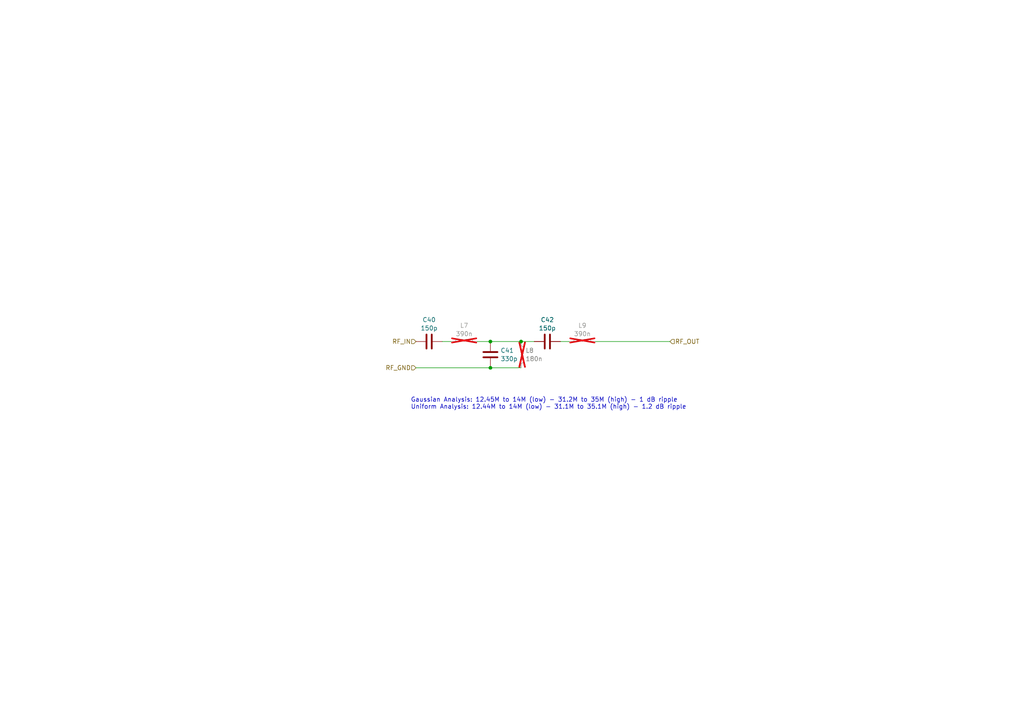
<source format=kicad_sch>
(kicad_sch (version 20230121) (generator eeschema)
  (paper "A4")
  (title_block (title "3rd Order Butterworth BPF 13-32.7 (13-34)") (date "2024-02-20") (rev "0.3") (company "Walla Walla University") (comment 1 "Author: Ethan Jansen"))
  (lib_symbols
    (symbol "Device:C" (pin_numbers hide) (pin_names (offset 0.254))
      (property "Reference" "C" (at 0.635 2.54 0))
      (property "Value" "C" (at 0.635 -2.54 0))
      (symbol "C_0_1"
        (polyline (pts (xy -2.032 -0.762) (xy 2.032 -0.762)) (stroke (width 0.508)))
        (polyline (pts (xy -2.032 0.762) (xy 2.032 0.762)) (stroke (width 0.508)))
      )
      (symbol "C_1_1"
        (pin passive line (at 0 3.81 270) (length 2.794) (name "~") (number "1"))
        (pin passive line (at 0 -3.81 90) (length 2.794) (name "~") (number "2"))
      )
    )
    (symbol "Device:L" (pin_numbers hide) (pin_names (offset 1.016) hide)
      (property "Reference" "L" (at -1.27 0 90))
      (property "Value" "L" (at 1.905 0 90))
      (symbol "L_0_1"
        (arc (start 0 -2.54) (mid 0.6323 -1.905) (end 0 -1.27))
        (arc (start 0 -1.27) (mid 0.6323 -0.635) (end 0 0))
        (arc (start 0 0) (mid 0.6323 0.635) (end 0 1.27))
        (arc (start 0 1.27) (mid 0.6323 1.905) (end 0 2.54))
      )
      (symbol "L_1_1"
        (pin passive line (at 0 3.81 270) (length 1.27) (name "1") (number "1"))
        (pin passive line (at 0 -3.81 90) (length 1.27) (name "2") (number "2"))
      )
    )
  )
  (junction (at 142.24 106.68))
  (junction (at 151.13 99.06))
  (junction (at 142.24 99.06))
  (wire (pts (xy 142.24 106.68) (xy 151.13 106.68)))
  (wire (pts (xy 151.13 99.06) (xy 154.94 99.06)))
  (wire (pts (xy 162.56 99.06) (xy 165.1 99.06)))
  (wire (pts (xy 142.24 99.06) (xy 151.13 99.06)))
  (wire (pts (xy 138.43 99.06) (xy 142.24 99.06)))
  (wire (pts (xy 120.65 106.68) (xy 142.24 106.68)))
  (wire (pts (xy 172.72 99.06) (xy 194.31 99.06)))
  (wire (pts (xy 128.27 99.06) (xy 130.81 99.06)))
  (text "Gaussian Analysis: 12.45M to 14M (low) - 31.2M to 35M (high) - 1 dB ripple\nUniform Analysis: 12.44M to 14M (low) - 31.1M to 35.1M (high) - 1.2 dB ripple" (at 119.126 118.872 0) (effects (font (size 1.27 1.27)) (justify left bottom)))
  (hierarchical_label "RF_OUT" (shape input) (at 194.31 99.06 0))
  (hierarchical_label "RF_GND" (shape input) (at 120.65 106.68 180))
  (hierarchical_label "RF_IN" (shape input) (at 120.65 99.06 180))
  (symbol (lib_id "Device:C") (at 158.75 99.06 90) (unit 1)
    (property "Reference" "C42" (at 158.75 92.7567 90))
    (property "Value" "150p" (at 158.75 95.1809 90))
    (property "Footprint" "Capacitor_SMD:C_0603_1608Metric" (effects hide))
    (property "Comment" "10%" (effects hide))
    (property "LCSC" "C1594" (effects hide))
  )
  (symbol (lib_id "Device:L") (at 134.62 99.06 90) (unit 1) (dnp yes)
    (property "Reference" "L7" (at 134.62 94.4104 90))
    (property "Value" "390n" (at 134.62 96.8346 90))
    (property "Footprint" "Inductor_THT:L_Toroid_Vertical_L10.0mm_W5.0mm_P5.08mm" (effects hide))
  )
  (symbol (lib_id "Device:C") (at 142.24 102.87 0) (unit 1)
    (property "Reference" "C41" (at 145.161 101.6579 0) (effects (justify left)))
    (property "Value" "330p" (at 145.161 104.0821 0) (effects (justify left)))
    (property "Footprint" "Capacitor_SMD:C_0603_1608Metric" (effects hide))
    (property "LCSC" "C1664" (effects hide))
    (property "Comment" "5%" (effects hide))
  )
  (symbol (lib_id "Device:C") (at 124.46 99.06 270) (unit 1)
    (property "Reference" "C40" (at 124.46 92.7567 90))
    (property "Value" "150p" (at 124.46 95.1809 90))
    (property "Footprint" "Capacitor_SMD:C_0603_1608Metric" (effects hide))
    (property "Comment" "10%" (effects hide))
    (property "LCSC" "C1594" (effects hide))
  )
  (symbol (lib_id "Device:L") (at 151.13 102.87 0) (unit 1) (dnp yes)
    (property "Reference" "L8" (at 152.3973 101.6579 0) (effects (justify left)))
    (property "Value" "180n" (at 152.3973 104.0821 0) (effects (justify left)))
    (property "Footprint" "Inductor_THT:L_Toroid_Vertical_L10.0mm_W5.0mm_P5.08mm" (effects hide))
  )
  (symbol (lib_id "Device:L") (at 168.91 99.06 90) (unit 1) (dnp yes)
    (property "Reference" "L9" (at 168.91 94.4104 90))
    (property "Value" "390n" (at 168.91 96.8346 90))
    (property "Footprint" "Inductor_THT:L_Toroid_Vertical_L10.0mm_W5.0mm_P5.08mm" (effects hide))
  )
)
</source>
